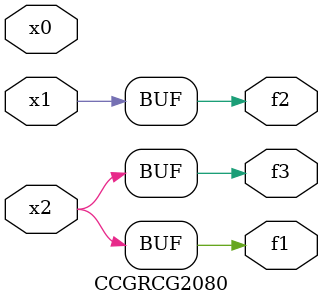
<source format=v>
module CCGRCG2080(
	input x0, x1, x2,
	output f1, f2, f3
);
	assign f1 = x2;
	assign f2 = x1;
	assign f3 = x2;
endmodule

</source>
